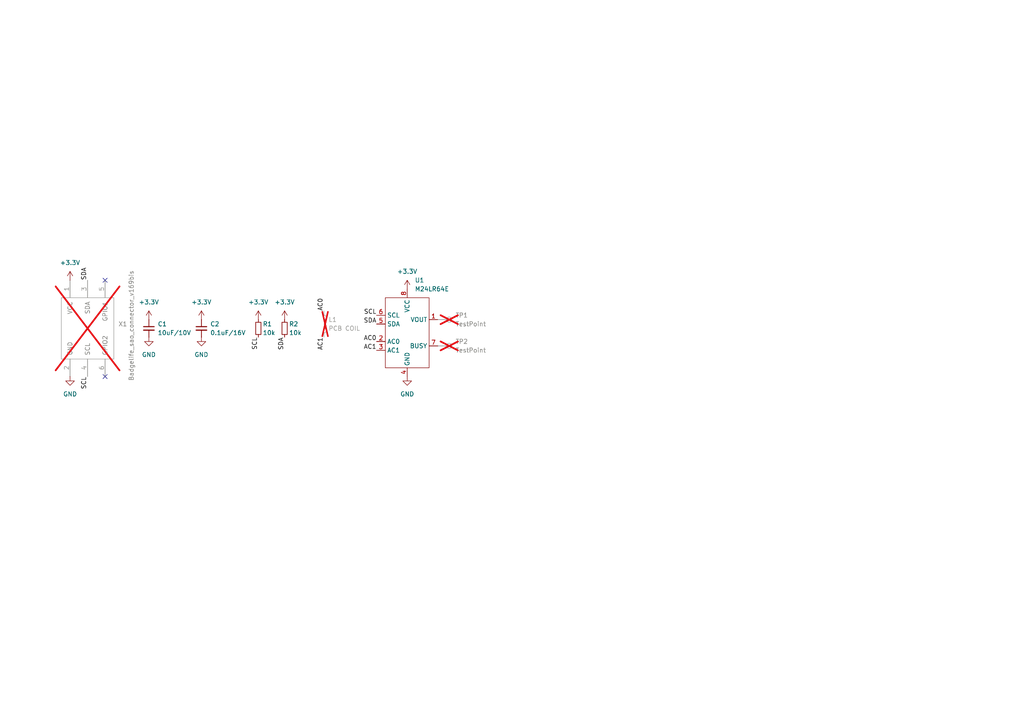
<source format=kicad_sch>
(kicad_sch (version 20231120) (generator "eeschema") (generator_version "8.0")
  (paper "A4")
  (lib_symbols
    (symbol "library:Badgelife_sao_connector_v169bis" (pin_names (offset 1.016))
      (property "Reference" "X" (at 0 0 0))
      (property "Value" "Badgelife_sao_connector_v169bis" (at 0 20.32 0))
      (symbol "Badgelife_sao_connector_v169bis_0_1"
        (rectangle (start -7.62 8.89) (end 7.62 -8.89))
      )
      (symbol "Badgelife_sao_connector_v169bis_1_1"
        (pin input line (at -5.08 13.97 270) (length 5.08) (name "VCC") (number "1"))
        (pin input line (at -5.08 -13.97 90) (length 5.08) (name "GND") (number "2"))
        (pin input line (at 0 13.97 270) (length 5.08) (name "SDA") (number "3"))
        (pin input line (at 0 -13.97 90) (length 5.08) (name "SCL") (number "4"))
        (pin input line (at 5.08 13.97 270) (length 5.08) (name "GPIO1") (number "5"))
        (pin input line (at 5.08 -13.97 90) (length 5.08) (name "GPIO2") (number "6"))
      )
    )
    (symbol "library:C_Small" (pin_numbers hide) (pin_names (offset 0.254) hide)
      (property "Reference" "C" (at 0.254 1.778 0))
      (property "Value" "C_Small" (at 0.254 -2.032 0))
      (symbol "C_Small_0_1"
        (polyline (pts (xy -1.524 -0.508) (xy 1.524 -0.508)) (stroke (width 0.3302)))
        (polyline (pts (xy -1.524 0.508) (xy 1.524 0.508)) (stroke (width 0.3048)))
      )
      (symbol "C_Small_1_1"
        (pin passive line (at 0 2.54 270) (length 2.032) (name "~") (number "1"))
        (pin passive line (at 0 -2.54 90) (length 2.032) (name "~") (number "2"))
      )
    )
    (symbol "library:L" (pin_numbers hide) (pin_names (offset 1.016) hide)
      (property "Reference" "L" (at -1.27 0 90))
      (property "Value" "L" (at 1.905 0 90))
      (symbol "L_0_1"
        (arc (start 0 -2.54) (mid 0.6323 -1.905) (end 0 -1.27))
        (arc (start 0 -1.27) (mid 0.6323 -0.635) (end 0 0))
        (arc (start 0 0) (mid 0.6323 0.635) (end 0 1.27))
        (arc (start 0 1.27) (mid 0.6323 1.905) (end 0 2.54))
      )
      (symbol "L_1_1"
        (pin passive line (at 0 3.81 270) (length 1.27) (name "1") (number "1"))
        (pin passive line (at 0 -3.81 90) (length 1.27) (name "2") (number "2"))
      )
    )
    (symbol "library:M24LR64E"
      (property "Reference" "U" (at 1.016 -11.176 0))
      (property "Value" "M24LR64E" (at 0.254 11.176 0))
      (symbol "M24LR64E_0_0"
        (pin power_out line (at 8.89 3.81 180) (length 2.54) (name "VOUT") (number "1"))
        (pin passive line (at -8.89 -2.54 0) (length 2.54) (name "AC0") (number "2"))
        (pin passive line (at -8.89 -5.08 0) (length 2.54) (name "AC1") (number "3"))
        (pin passive line (at 0 -12.7 90) (length 2.54) (name "GND") (number "4"))
        (pin bidirectional line (at -8.89 2.54 0) (length 2.54) (name "SDA") (number "5"))
        (pin input line (at -8.89 5.08 0) (length 2.54) (name "SCL") (number "6"))
        (pin output line (at 8.89 -3.81 180) (length 2.54) (name "BUSY") (number "7"))
        (pin power_in line (at 0 12.7 270) (length 2.54) (name "VCC") (number "8"))
      )
      (symbol "M24LR64E_0_1"
        (rectangle (start -6.35 10.16) (end 6.35 -10.16))
      )
    )
    (symbol "library:R_Small" (pin_numbers hide) (pin_names (offset 0.254) hide)
      (property "Reference" "R" (at 0.762 0.508 0))
      (property "Value" "R_Small" (at 0.762 -1.016 0))
      (symbol "R_Small_0_1"
        (rectangle (start -0.762 1.778) (end 0.762 -1.778) (stroke (width 0.2032)))
      )
      (symbol "R_Small_1_1"
        (pin passive line (at 0 2.54 270) (length 0.762) (name "~") (number "1"))
        (pin passive line (at 0 -2.54 90) (length 0.762) (name "~") (number "2"))
      )
    )
    (symbol "library:TestPoint" (pin_numbers hide) (pin_names (offset 0.762) hide)
      (property "Reference" "TP" (at 0 6.858 0))
      (property "Value" "TestPoint" (at 0 5.08 0))
      (symbol "TestPoint_0_1"
        (circle (center 0 3.302) (radius 0.762))
      )
      (symbol "TestPoint_1_1"
        (pin passive line (at 0 0 90) (length 2.54) (name "1") (number "1"))
      )
    )
    (symbol "power:+3.3V" (power) (pin_numbers hide) (pin_names (offset 0) hide)
      (property "Value" "+3.3V" (at 0 3.556 0))
      (symbol "+3.3V_0_1"
        (polyline (pts (xy -0.762 1.27) (xy 0 2.54)))
        (polyline (pts (xy 0 0) (xy 0 2.54)))
        (polyline (pts (xy 0 2.54) (xy 0.762 1.27)))
      )
      (symbol "+3.3V_1_1"
        (pin power_in line (at 0 0 90) (length 0) (name "~") (number "1"))
      )
    )
    (symbol "power:GND" (power) (pin_numbers hide) (pin_names (offset 0) hide)
      (property "Value" "GND" (at 0 -3.81 0))
      (symbol "GND_0_1"
        (polyline (pts (xy 0 0) (xy 0 -1.27) (xy 1.27 -1.27) (xy 0 -2.54) (xy -1.27 -1.27) (xy 0 -1.27)))
      )
      (symbol "GND_1_1"
        (pin power_in line (at 0 0 270) (length 0) (name "~") (number "1"))
      )
    )
  )
  (no_connect (at 30.48 81.28))
  (no_connect (at 30.48 109.22))
  (label "AC1" (at 109.22 101.6 180))
  (label "AC0" (at 109.22 99.06 180))
  (label "SDA" (at 82.55 97.79 270))
  (label "AC1" (at 93.98 97.79 270))
  (label "SDA" (at 109.22 93.98 180))
  (label "SCL" (at 109.22 91.44 180))
  (label "AC0" (at 93.98 90.17 90))
  (label "SCL" (at 25.4 109.22 270))
  (label "SDA" (at 25.4 81.28 90))
  (label "SCL" (at 74.93 97.79 270))
  (symbol (lib_id "library:C_Small") (at 43.18 95.25 0) (unit 1)
    (property "Reference" "C1" (at 45.72 93.9862 0) (effects (justify left)))
    (property "Value" "10uF/10V" (at 45.72 96.5262 0) (effects (justify left)))
    (property "Footprint" "library:C_0603_1608Metric" (effects (hide yes)))
    (property "Description" "Unpolarized capacitor, small symbol" (effects (hide yes)))
    (property "LCSC" "C19702" (effects (hide yes)))
  )
  (symbol (lib_id "library:R_Small") (at 74.93 95.25 0) (unit 1)
    (property "Reference" "R1" (at 76.2 93.98 0) (effects (justify left)))
    (property "Value" "10k" (at 76.2 96.52 0) (effects (justify left)))
    (property "Footprint" "library:R_0402_1005Metric" (effects (hide yes)))
    (property "Description" "Resistor, small symbol" (effects (hide yes)))
    (property "LCSC" "C25744" (effects (hide yes)))
  )
  (symbol (lib_id "library:R_Small") (at 82.55 95.25 0) (unit 1)
    (property "Reference" "R2" (at 83.82 93.98 0) (effects (justify left)))
    (property "Value" "10k" (at 83.82 96.52 0) (effects (justify left)))
    (property "Footprint" "library:R_0402_1005Metric" (effects (hide yes)))
    (property "Description" "Resistor, small symbol" (effects (hide yes)))
    (property "LCSC" "C25744" (effects (hide yes)))
  )
  (symbol (lib_id "library:Badgelife_sao_connector_v169bis") (at 25.4 95.25 0) (unit 1) (in_bom no) (dnp yes)
    (property "Reference" "X1" (at 34.29 93.9799 0) (effects (justify left)))
    (property "Value" "Badgelife_sao_connector_v169bis" (at 38.1 110.49 90) (effects (justify left)))
    (property "Footprint" "library:PinHeader_2x03_P2.54mm_Vertical" (effects (hide yes)))
  )
  (symbol (lib_id "library:L") (at 93.98 93.98 0) (unit 1) (in_bom no) (dnp yes)
    (property "Reference" "L1" (at 95.25 92.7099 0) (effects (justify left)))
    (property "Value" "PCB COIL" (at 95.25 95.2499 0) (effects (justify left)))
    (property "Footprint" "library:nrf_r20" (effects (hide yes)))
    (property "Description" "Inductor" (effects (hide yes)))
  )
  (symbol (lib_id "power:GND") (at 58.42 97.79 0) (unit 1)
    (property "Reference" "#PWR07" (effects (hide yes)))
    (property "Value" "GND" (at 58.42 102.87 0))
    (property "Description" "Power symbol creates a global label with name \"GND\" , ground" (effects (hide yes)))
  )
  (symbol (lib_id "power:+3.3V") (at 74.93 92.71 0) (unit 1)
    (property "Reference" "#PWR09" (effects (hide yes)))
    (property "Value" "+3.3V" (at 74.93 87.63 0))
    (property "Description" "Power symbol creates a global label with name \"+3.3V\"" (effects (hide yes)))
  )
  (symbol (lib_id "library:TestPoint") (at 127 100.33 270) (unit 1) (in_bom no) (dnp yes)
    (property "Reference" "TP2" (at 132.08 99.0599 90) (effects (justify left)))
    (property "Value" "TestPoint" (at 132.08 101.5999 90) (effects (justify left)))
    (property "Footprint" "library:TestPoint_Pad_D2.0mm" (effects (hide yes)))
    (property "Description" "test point" (effects (hide yes)))
  )
  (symbol (lib_id "power:+3.3V") (at 58.42 92.71 0) (unit 1)
    (property "Reference" "#PWR08" (effects (hide yes)))
    (property "Value" "+3.3V" (at 58.42 87.63 0))
    (property "Description" "Power symbol creates a global label with name \"+3.3V\"" (effects (hide yes)))
  )
  (symbol (lib_id "power:GND") (at 20.32 109.22 0) (unit 1)
    (property "Reference" "#PWR02" (effects (hide yes)))
    (property "Value" "GND" (at 20.32 114.3 0))
    (property "Description" "Power symbol creates a global label with name \"GND\" , ground" (effects (hide yes)))
  )
  (symbol (lib_id "power:+3.3V") (at 82.55 92.71 0) (unit 1)
    (property "Reference" "#PWR010" (effects (hide yes)))
    (property "Value" "+3.3V" (at 82.55 87.63 0))
    (property "Description" "Power symbol creates a global label with name \"+3.3V\"" (effects (hide yes)))
  )
  (symbol (lib_id "power:GND") (at 43.18 97.79 0) (unit 1)
    (property "Reference" "#PWR06" (effects (hide yes)))
    (property "Value" "GND" (at 43.18 102.87 0))
    (property "Description" "Power symbol creates a global label with name \"GND\" , ground" (effects (hide yes)))
  )
  (symbol (lib_id "power:GND") (at 118.11 109.22 0) (unit 1)
    (property "Reference" "#PWR01" (effects (hide yes)))
    (property "Value" "GND" (at 118.11 114.3 0))
    (property "Description" "Power symbol creates a global label with name \"GND\" , ground" (effects (hide yes)))
  )
  (symbol (lib_id "power:+3.3V") (at 20.32 81.28 0) (unit 1)
    (property "Reference" "#PWR03" (effects (hide yes)))
    (property "Value" "+3.3V" (at 20.32 76.2 0))
    (property "Description" "Power symbol creates a global label with name \"+3.3V\"" (effects (hide yes)))
  )
  (symbol (lib_id "power:+3.3V") (at 43.18 92.71 0) (unit 1)
    (property "Reference" "#PWR05" (effects (hide yes)))
    (property "Value" "+3.3V" (at 43.18 87.63 0))
    (property "Description" "Power symbol creates a global label with name \"+3.3V\"" (effects (hide yes)))
  )
  (symbol (lib_id "library:M24LR64E") (at 118.11 96.52 0) (unit 1)
    (property "Reference" "U1" (at 120.3041 81.28 0) (effects (justify left)))
    (property "Value" "M24LR64E" (at 120.3041 83.82 0) (effects (justify left)))
    (property "Footprint" "library:SOIC-8_3.9x4.9mm_P1.27mm" (effects (hide yes)))
    (property "LCSC" "C2649483" (effects (hide yes)))
  )
  (symbol (lib_id "power:+3.3V") (at 118.11 83.82 0) (unit 1)
    (property "Reference" "#PWR04" (effects (hide yes)))
    (property "Value" "+3.3V" (at 118.11 78.74 0))
    (property "Description" "Power symbol creates a global label with name \"+3.3V\"" (effects (hide yes)))
  )
  (symbol (lib_id "library:TestPoint") (at 127 92.71 270) (unit 1) (in_bom no) (dnp yes)
    (property "Reference" "TP1" (at 132.08 91.4399 90) (effects (justify left)))
    (property "Value" "TestPoint" (at 132.08 93.9799 90) (effects (justify left)))
    (property "Footprint" "library:TestPoint_Pad_D2.0mm" (effects (hide yes)))
    (property "Description" "test point" (effects (hide yes)))
  )
  (symbol (lib_id "library:C_Small") (at 58.42 95.25 0) (unit 1)
    (property "Reference" "C2" (at 60.96 93.9862 0) (effects (justify left)))
    (property "Value" "0.1uF/16V" (at 60.96 96.5262 0) (effects (justify left)))
    (property "Footprint" "library:C_0402_1005Metric" (effects (hide yes)))
    (property "Description" "Unpolarized capacitor, small symbol" (effects (hide yes)))
    (property "LCSC" "C344190" (effects (hide yes)))
  )
)
</source>
